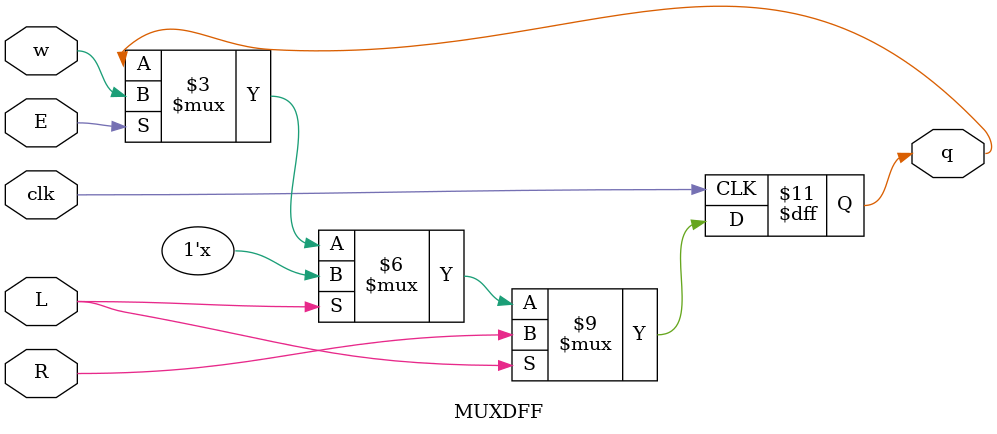
<source format=v>
module top_module (
    input [3:0] SW,
    input [3:0] KEY,
    output [3:0] LEDR
); //
    MUXDFF d1(KEY[0],KEY[1],KEY[2],KEY[3],SW[3],LEDR[3]);
    MUXDFF d2(KEY[0],KEY[1],KEY[2],LEDR[3],SW[2],LEDR[2]);
    MUXDFF d3(KEY[0],KEY[1],KEY[2],LEDR[2],SW[1],LEDR[1]);
    MUXDFF d4(KEY[0],KEY[1],KEY[2],LEDR[1],SW[0],LEDR[0]);
endmodule

module MUXDFF(input clk,input E,input L,input w,input R,output q);
    always@(posedge clk)begin
        if(L)begin
        	q=R;
        end
        else begin
            if(E)begin
            	q=w;
            end
            else begin
            	q=q;
            end
        end
    end
endmodule

</source>
